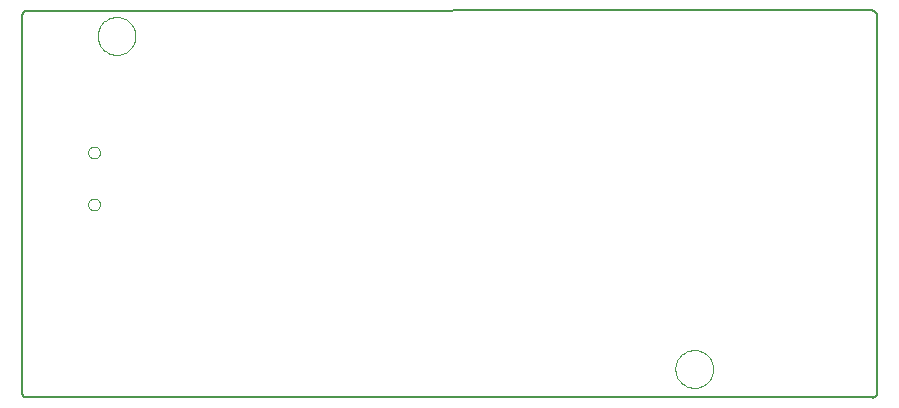
<source format=gbr>
G75*
G70*
%OFA0B0*%
%FSLAX24Y24*%
%IPPOS*%
%LPD*%
%AMOC8*
5,1,8,0,0,1.08239X$1,22.5*
%
%ADD10C,0.0050*%
%ADD11C,0.0000*%
D10*
X001614Y001350D02*
X029780Y001350D01*
X029802Y001349D01*
X029824Y001352D01*
X029846Y001358D01*
X029866Y001366D01*
X029885Y001378D01*
X029903Y001392D01*
X029918Y001408D01*
X029930Y001427D01*
X029940Y001447D01*
X029947Y001468D01*
X029950Y001490D01*
X029950Y014090D01*
X029948Y014113D01*
X029942Y014136D01*
X029933Y014158D01*
X029921Y014178D01*
X029906Y014197D01*
X029889Y014213D01*
X029870Y014226D01*
X029849Y014237D01*
X029827Y014245D01*
X029804Y014249D01*
X029780Y014250D01*
X029700Y014250D01*
X029780Y014250D02*
X001630Y014245D01*
X001607Y014246D01*
X001584Y014244D01*
X001561Y014238D01*
X001540Y014229D01*
X001520Y014217D01*
X001501Y014203D01*
X001486Y014186D01*
X001472Y014167D01*
X001462Y014146D01*
X001454Y014124D01*
X001450Y014101D01*
X001450Y001515D01*
X001452Y001491D01*
X001456Y001468D01*
X001465Y001446D01*
X001476Y001426D01*
X001490Y001407D01*
X001506Y001390D01*
X001525Y001376D01*
X001545Y001365D01*
X001567Y001357D01*
X001590Y001352D01*
X001613Y001350D01*
D11*
X003647Y007784D02*
X003649Y007811D01*
X003655Y007838D01*
X003664Y007864D01*
X003677Y007888D01*
X003693Y007911D01*
X003712Y007930D01*
X003734Y007947D01*
X003758Y007961D01*
X003783Y007971D01*
X003810Y007978D01*
X003837Y007981D01*
X003865Y007980D01*
X003892Y007975D01*
X003918Y007967D01*
X003942Y007955D01*
X003965Y007939D01*
X003986Y007921D01*
X004003Y007900D01*
X004018Y007876D01*
X004029Y007851D01*
X004037Y007825D01*
X004041Y007798D01*
X004041Y007770D01*
X004037Y007743D01*
X004029Y007717D01*
X004018Y007692D01*
X004003Y007668D01*
X003986Y007647D01*
X003965Y007629D01*
X003943Y007613D01*
X003918Y007601D01*
X003892Y007593D01*
X003865Y007588D01*
X003837Y007587D01*
X003810Y007590D01*
X003783Y007597D01*
X003758Y007607D01*
X003734Y007621D01*
X003712Y007638D01*
X003693Y007657D01*
X003677Y007680D01*
X003664Y007704D01*
X003655Y007730D01*
X003649Y007757D01*
X003647Y007784D01*
X003647Y009516D02*
X003649Y009543D01*
X003655Y009570D01*
X003664Y009596D01*
X003677Y009620D01*
X003693Y009643D01*
X003712Y009662D01*
X003734Y009679D01*
X003758Y009693D01*
X003783Y009703D01*
X003810Y009710D01*
X003837Y009713D01*
X003865Y009712D01*
X003892Y009707D01*
X003918Y009699D01*
X003942Y009687D01*
X003965Y009671D01*
X003986Y009653D01*
X004003Y009632D01*
X004018Y009608D01*
X004029Y009583D01*
X004037Y009557D01*
X004041Y009530D01*
X004041Y009502D01*
X004037Y009475D01*
X004029Y009449D01*
X004018Y009424D01*
X004003Y009400D01*
X003986Y009379D01*
X003965Y009361D01*
X003943Y009345D01*
X003918Y009333D01*
X003892Y009325D01*
X003865Y009320D01*
X003837Y009319D01*
X003810Y009322D01*
X003783Y009329D01*
X003758Y009339D01*
X003734Y009353D01*
X003712Y009370D01*
X003693Y009389D01*
X003677Y009412D01*
X003664Y009436D01*
X003655Y009462D01*
X003649Y009489D01*
X003647Y009516D01*
X003965Y013400D02*
X003967Y013450D01*
X003973Y013500D01*
X003983Y013549D01*
X003997Y013597D01*
X004014Y013644D01*
X004035Y013689D01*
X004060Y013733D01*
X004088Y013774D01*
X004120Y013813D01*
X004154Y013850D01*
X004191Y013884D01*
X004231Y013914D01*
X004273Y013941D01*
X004317Y013965D01*
X004363Y013986D01*
X004410Y014002D01*
X004458Y014015D01*
X004508Y014024D01*
X004557Y014029D01*
X004608Y014030D01*
X004658Y014027D01*
X004707Y014020D01*
X004756Y014009D01*
X004804Y013994D01*
X004850Y013976D01*
X004895Y013954D01*
X004938Y013928D01*
X004979Y013899D01*
X005018Y013867D01*
X005054Y013832D01*
X005086Y013794D01*
X005116Y013754D01*
X005143Y013711D01*
X005166Y013667D01*
X005185Y013621D01*
X005201Y013573D01*
X005213Y013524D01*
X005221Y013475D01*
X005225Y013425D01*
X005225Y013375D01*
X005221Y013325D01*
X005213Y013276D01*
X005201Y013227D01*
X005185Y013179D01*
X005166Y013133D01*
X005143Y013089D01*
X005116Y013046D01*
X005086Y013006D01*
X005054Y012968D01*
X005018Y012933D01*
X004979Y012901D01*
X004938Y012872D01*
X004895Y012846D01*
X004850Y012824D01*
X004804Y012806D01*
X004756Y012791D01*
X004707Y012780D01*
X004658Y012773D01*
X004608Y012770D01*
X004557Y012771D01*
X004508Y012776D01*
X004458Y012785D01*
X004410Y012798D01*
X004363Y012814D01*
X004317Y012835D01*
X004273Y012859D01*
X004231Y012886D01*
X004191Y012916D01*
X004154Y012950D01*
X004120Y012987D01*
X004088Y013026D01*
X004060Y013067D01*
X004035Y013111D01*
X004014Y013156D01*
X003997Y013203D01*
X003983Y013251D01*
X003973Y013300D01*
X003967Y013350D01*
X003965Y013400D01*
X023220Y002300D02*
X023222Y002350D01*
X023228Y002400D01*
X023238Y002449D01*
X023252Y002497D01*
X023269Y002544D01*
X023290Y002589D01*
X023315Y002633D01*
X023343Y002674D01*
X023375Y002713D01*
X023409Y002750D01*
X023446Y002784D01*
X023486Y002814D01*
X023528Y002841D01*
X023572Y002865D01*
X023618Y002886D01*
X023665Y002902D01*
X023713Y002915D01*
X023763Y002924D01*
X023812Y002929D01*
X023863Y002930D01*
X023913Y002927D01*
X023962Y002920D01*
X024011Y002909D01*
X024059Y002894D01*
X024105Y002876D01*
X024150Y002854D01*
X024193Y002828D01*
X024234Y002799D01*
X024273Y002767D01*
X024309Y002732D01*
X024341Y002694D01*
X024371Y002654D01*
X024398Y002611D01*
X024421Y002567D01*
X024440Y002521D01*
X024456Y002473D01*
X024468Y002424D01*
X024476Y002375D01*
X024480Y002325D01*
X024480Y002275D01*
X024476Y002225D01*
X024468Y002176D01*
X024456Y002127D01*
X024440Y002079D01*
X024421Y002033D01*
X024398Y001989D01*
X024371Y001946D01*
X024341Y001906D01*
X024309Y001868D01*
X024273Y001833D01*
X024234Y001801D01*
X024193Y001772D01*
X024150Y001746D01*
X024105Y001724D01*
X024059Y001706D01*
X024011Y001691D01*
X023962Y001680D01*
X023913Y001673D01*
X023863Y001670D01*
X023812Y001671D01*
X023763Y001676D01*
X023713Y001685D01*
X023665Y001698D01*
X023618Y001714D01*
X023572Y001735D01*
X023528Y001759D01*
X023486Y001786D01*
X023446Y001816D01*
X023409Y001850D01*
X023375Y001887D01*
X023343Y001926D01*
X023315Y001967D01*
X023290Y002011D01*
X023269Y002056D01*
X023252Y002103D01*
X023238Y002151D01*
X023228Y002200D01*
X023222Y002250D01*
X023220Y002300D01*
M02*

</source>
